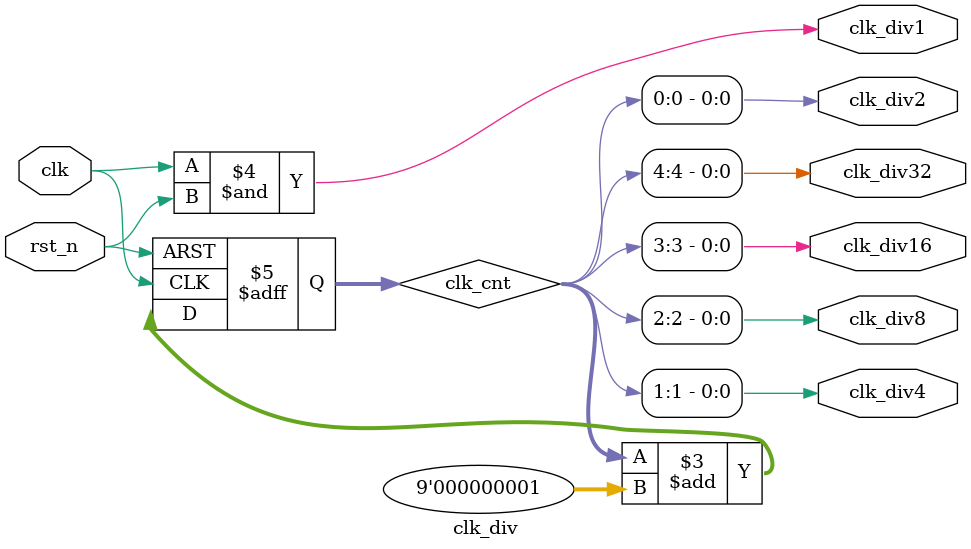
<source format=v>
module clk_div(
               clk,
               rst_n,
               clk_div1,
               clk_div2,
               clk_div4,
               clk_div8,
               clk_div16,
               clk_div32
              );

    input         clk,rst_n;
    output        clk_div1,clk_div2,clk_div4,clk_div8,clk_div16,clk_div32;

    reg    [8:0] clk_cnt; 

    always@(posedge clk or negedge rst_n)
        begin
            if(~rst_n)
                clk_cnt <= 9'h0;
            else
                clk_cnt <= clk_cnt + 9'b1;
        end
    
    assign {clk_div32,clk_div16,clk_div8,clk_div4,clk_div2,clk_div1} = {clk_cnt[4:0],clk&rst_n};

endmodule

</source>
